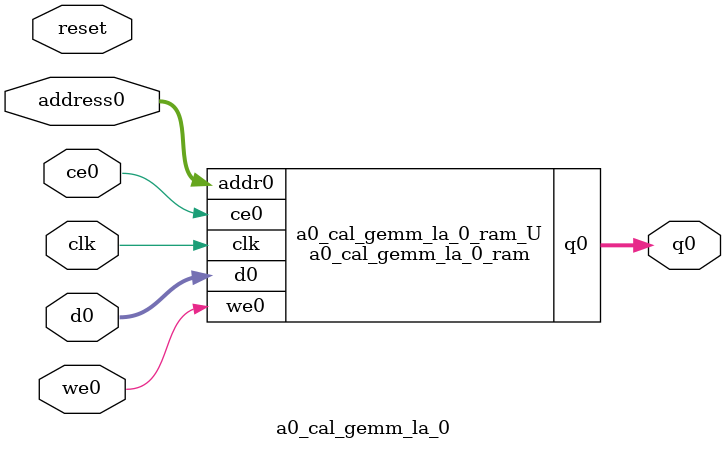
<source format=v>

`timescale 1 ns / 1 ps
module a0_cal_gemm_la_0_ram (addr0, ce0, d0, we0, q0,  clk);

parameter DWIDTH = 32;
parameter AWIDTH = 8;
parameter MEM_SIZE = 144;

input[AWIDTH-1:0] addr0;
input ce0;
input[DWIDTH-1:0] d0;
input we0;
output reg[DWIDTH-1:0] q0;
input clk;

(* ram_style = "block" *)reg [DWIDTH-1:0] ram[0:MEM_SIZE-1];




always @(posedge clk)  
begin 
    if (ce0) 
    begin
        if (we0) 
        begin 
            ram[addr0] <= d0; 
            q0 <= d0;
        end 
        else 
            q0 <= ram[addr0];
    end
end


endmodule


`timescale 1 ns / 1 ps
module a0_cal_gemm_la_0(
    reset,
    clk,
    address0,
    ce0,
    we0,
    d0,
    q0);

parameter DataWidth = 32'd32;
parameter AddressRange = 32'd144;
parameter AddressWidth = 32'd8;
input reset;
input clk;
input[AddressWidth - 1:0] address0;
input ce0;
input we0;
input[DataWidth - 1:0] d0;
output[DataWidth - 1:0] q0;



a0_cal_gemm_la_0_ram a0_cal_gemm_la_0_ram_U(
    .clk( clk ),
    .addr0( address0 ),
    .ce0( ce0 ),
    .we0( we0 ),
    .d0( d0 ),
    .q0( q0 ));

endmodule


</source>
